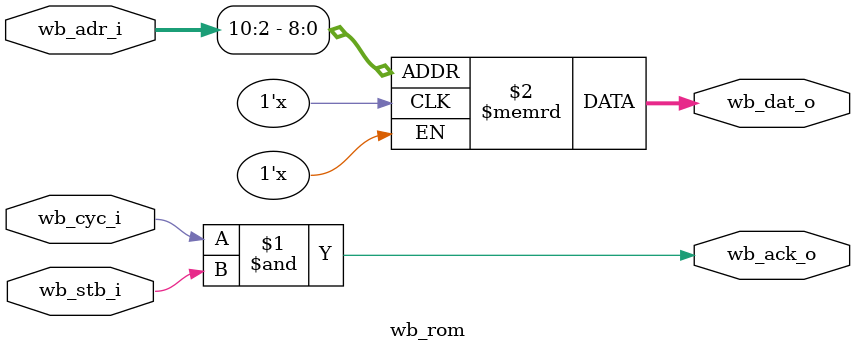
<source format=sv>
`timescale 1ns/1ps

module wb_rom #(
    parameter SIZE = 512,
    parameter FILE = "boot.rom"
) (
    input  logic        wb_cyc_i,
    input  logic        wb_stb_i,
    output logic        wb_ack_o,
    input  logic [10:0]  wb_adr_i,
    output logic [31:0] wb_dat_o
);

    logic [31:0] mem [SIZE];

    assign wb_ack_o = wb_cyc_i & wb_stb_i;
    assign wb_dat_o = mem[wb_adr_i[10:2]];

endmodule

</source>
